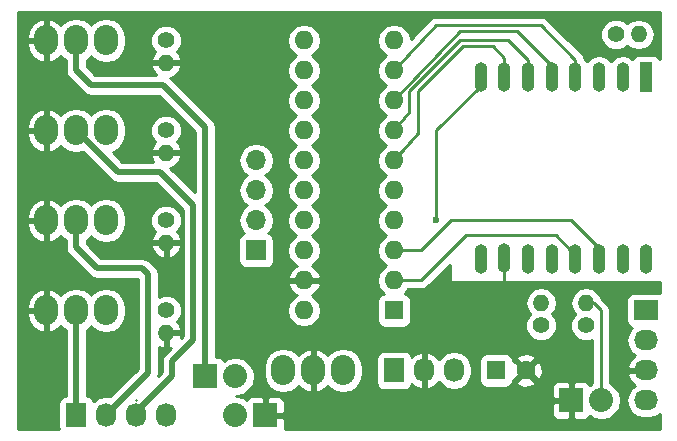
<source format=gbr>
G04 #@! TF.FileFunction,Copper,L2,Bot,Signal*
%FSLAX46Y46*%
G04 Gerber Fmt 4.6, Leading zero omitted, Abs format (unit mm)*
G04 Created by KiCad (PCBNEW 4.0.5) date 02/09/17 22:31:50*
%MOMM*%
%LPD*%
G01*
G04 APERTURE LIST*
%ADD10C,0.100000*%
%ADD11R,1.600000X1.600000*%
%ADD12C,1.600000*%
%ADD13R,1.100000X2.500000*%
%ADD14O,1.100000X2.500000*%
%ADD15O,2.032000X2.540000*%
%ADD16R,1.700000X1.700000*%
%ADD17O,1.700000X1.700000*%
%ADD18C,1.400000*%
%ADD19O,1.400000X1.400000*%
%ADD20R,2.032000X1.727200*%
%ADD21O,2.032000X1.727200*%
%ADD22R,1.727200X2.032000*%
%ADD23O,1.727200X2.032000*%
%ADD24R,2.032000X2.032000*%
%ADD25O,2.032000X2.032000*%
%ADD26O,1.600000X1.600000*%
%ADD27C,0.600000*%
%ADD28C,0.250000*%
%ADD29C,0.500000*%
%ADD30C,0.254000*%
G04 APERTURE END LIST*
D10*
D11*
X158750000Y-106680000D03*
D12*
X161250000Y-106680000D03*
D13*
X171450000Y-81850000D03*
D14*
X169450000Y-81850000D03*
X167450000Y-81850000D03*
X165450000Y-81850000D03*
X163450000Y-81850000D03*
X161450000Y-81850000D03*
X159450000Y-81850000D03*
X157450000Y-81850000D03*
X157450000Y-97250000D03*
X159450000Y-97150000D03*
X161450000Y-97250000D03*
X163450000Y-97250000D03*
X165450000Y-97250000D03*
X167450000Y-97250000D03*
X169450000Y-97250000D03*
X171450000Y-97250000D03*
D15*
X123190000Y-93980000D03*
X120650000Y-93980000D03*
X125730000Y-93980000D03*
X123190000Y-78740000D03*
X120650000Y-78740000D03*
X125730000Y-78740000D03*
X123190000Y-101600000D03*
X120650000Y-101600000D03*
X125730000Y-101600000D03*
D16*
X138430000Y-96520000D03*
D17*
X138430000Y-93980000D03*
X138430000Y-91440000D03*
X138430000Y-88900000D03*
D18*
X130810000Y-101600000D03*
D19*
X130810000Y-103500000D03*
D18*
X130810000Y-93980000D03*
D19*
X130810000Y-95880000D03*
D18*
X130810000Y-86360000D03*
D19*
X130810000Y-88260000D03*
D18*
X130810000Y-78740000D03*
D19*
X130810000Y-80640000D03*
D20*
X171450000Y-101600000D03*
D21*
X171450000Y-104140000D03*
X171450000Y-106680000D03*
X171450000Y-109220000D03*
D22*
X123190000Y-110490000D03*
D23*
X125730000Y-110490000D03*
X128270000Y-110490000D03*
X130810000Y-110490000D03*
D24*
X134112000Y-107188000D03*
D25*
X136652000Y-107188000D03*
D18*
X166370000Y-102870000D03*
D19*
X166370000Y-100970000D03*
D18*
X168910000Y-78232000D03*
D19*
X170810000Y-78232000D03*
D15*
X123190000Y-86360000D03*
X120650000Y-86360000D03*
X125730000Y-86360000D03*
D11*
X150114000Y-101600000D03*
D26*
X142494000Y-78740000D03*
X150114000Y-99060000D03*
X142494000Y-81280000D03*
X150114000Y-96520000D03*
X142494000Y-83820000D03*
X150114000Y-93980000D03*
X142494000Y-86360000D03*
X150114000Y-91440000D03*
X142494000Y-88900000D03*
X150114000Y-88900000D03*
X142494000Y-91440000D03*
X150114000Y-86360000D03*
X142494000Y-93980000D03*
X150114000Y-83820000D03*
X142494000Y-96520000D03*
X150114000Y-81280000D03*
X142494000Y-99060000D03*
X150114000Y-78740000D03*
X142494000Y-101600000D03*
D24*
X139192000Y-110490000D03*
D25*
X136652000Y-110490000D03*
D24*
X165100000Y-109220000D03*
D25*
X167640000Y-109220000D03*
D22*
X150114000Y-106680000D03*
D23*
X152654000Y-106680000D03*
X155194000Y-106680000D03*
D18*
X162560000Y-102870000D03*
D19*
X162560000Y-100970000D03*
D15*
X143256000Y-106680000D03*
X145796000Y-106680000D03*
X140716000Y-106680000D03*
D27*
X153670000Y-93980000D03*
D28*
X128270000Y-109220000D02*
X128270000Y-109220000D01*
D29*
X123190000Y-78740000D02*
X123190000Y-81280000D01*
X134112000Y-86106000D02*
X134112000Y-107188000D01*
X130556000Y-82550000D02*
X134112000Y-86106000D01*
X124460000Y-82550000D02*
X130556000Y-82550000D01*
X123190000Y-81280000D02*
X124460000Y-82550000D01*
D28*
X159450000Y-96550000D02*
X159450000Y-99760000D01*
X159450000Y-99760000D02*
X160020000Y-100330000D01*
D29*
X128270000Y-110490000D02*
X128270000Y-110236000D01*
X128270000Y-110236000D02*
X131318000Y-107188000D01*
X131318000Y-107188000D02*
X131318000Y-105918000D01*
X131318000Y-105918000D02*
X133096000Y-104140000D01*
X133096000Y-104140000D02*
X133096000Y-92710000D01*
X133096000Y-92710000D02*
X130302000Y-89916000D01*
X130302000Y-89916000D02*
X126746000Y-89916000D01*
X126746000Y-89916000D02*
X123190000Y-86360000D01*
X123190000Y-93980000D02*
X123190000Y-96266000D01*
X129286000Y-106934000D02*
X125730000Y-110490000D01*
X129286000Y-98552000D02*
X129286000Y-106934000D01*
X128778000Y-98044000D02*
X129286000Y-98552000D01*
X124968000Y-98044000D02*
X128778000Y-98044000D01*
X123190000Y-96266000D02*
X124968000Y-98044000D01*
X123190000Y-101600000D02*
X123190000Y-110490000D01*
D28*
X153670000Y-93980000D02*
X153670000Y-86360000D01*
X153670000Y-86360000D02*
X157450000Y-82580000D01*
X157450000Y-82580000D02*
X157450000Y-82550000D01*
X157480000Y-82520000D02*
X157450000Y-82550000D01*
X168880000Y-78262000D02*
X168910000Y-78232000D01*
X165450000Y-82550000D02*
X165450000Y-80360000D01*
X153670000Y-77470000D02*
X150114000Y-81280000D01*
X162560000Y-77470000D02*
X153670000Y-77470000D01*
X165450000Y-80360000D02*
X162560000Y-77470000D01*
X163450000Y-82550000D02*
X163450000Y-80900000D01*
X163450000Y-80900000D02*
X160528000Y-77978000D01*
X160528000Y-77978000D02*
X155702000Y-77978000D01*
X155702000Y-77978000D02*
X150114000Y-83820000D01*
X161450000Y-82550000D02*
X161450000Y-80424000D01*
X151384000Y-84836000D02*
X150114000Y-86360000D01*
X151384000Y-83058000D02*
X151384000Y-84836000D01*
X155702000Y-78740000D02*
X151384000Y-83058000D01*
X159766000Y-78740000D02*
X155702000Y-78740000D01*
X161450000Y-80424000D02*
X159766000Y-78740000D01*
X161450000Y-82550000D02*
X161450000Y-81440000D01*
X159450000Y-82550000D02*
X159450000Y-80202000D01*
X152146000Y-86614000D02*
X150114000Y-88900000D01*
X152146000Y-83058000D02*
X152146000Y-86614000D01*
X155956000Y-79248000D02*
X152146000Y-83058000D01*
X158496000Y-79248000D02*
X155956000Y-79248000D01*
X159450000Y-80202000D02*
X158496000Y-79248000D01*
X165450000Y-96550000D02*
X165130000Y-96550000D01*
X165130000Y-96550000D02*
X163830000Y-95250000D01*
X163830000Y-95250000D02*
X156210000Y-95250000D01*
X156210000Y-95250000D02*
X152400000Y-99060000D01*
X152400000Y-99060000D02*
X150114000Y-99060000D01*
X167450000Y-96550000D02*
X167450000Y-96330000D01*
X167450000Y-96330000D02*
X165100000Y-93980000D01*
X165100000Y-93980000D02*
X154940000Y-93980000D01*
X154940000Y-93980000D02*
X152400000Y-96520000D01*
X152400000Y-96520000D02*
X150114000Y-96520000D01*
X166370000Y-100970000D02*
X167010000Y-100970000D01*
X167010000Y-100970000D02*
X167640000Y-101600000D01*
X167640000Y-101600000D02*
X167640000Y-109220000D01*
D30*
G36*
X172593000Y-80348891D02*
X172464090Y-80148559D01*
X172251890Y-80003569D01*
X172000000Y-79952560D01*
X170900000Y-79952560D01*
X170664683Y-79996838D01*
X170448559Y-80135910D01*
X170320306Y-80323615D01*
X170287922Y-80275149D01*
X169903480Y-80018274D01*
X169450000Y-79928071D01*
X168996520Y-80018274D01*
X168612078Y-80275149D01*
X168450000Y-80517717D01*
X168287922Y-80275149D01*
X167903480Y-80018274D01*
X167450000Y-79928071D01*
X166996520Y-80018274D01*
X166612078Y-80275149D01*
X166450000Y-80517717D01*
X166287922Y-80275149D01*
X166178591Y-80202096D01*
X166177926Y-80198754D01*
X166152148Y-80069160D01*
X165987401Y-79822599D01*
X164661185Y-78496383D01*
X167574769Y-78496383D01*
X167777582Y-78987229D01*
X168152796Y-79363098D01*
X168643287Y-79566768D01*
X169174383Y-79567231D01*
X169665229Y-79364418D01*
X169848322Y-79181644D01*
X170272964Y-79465379D01*
X170783846Y-79567000D01*
X170836154Y-79567000D01*
X171347036Y-79465379D01*
X171780142Y-79175988D01*
X172069533Y-78742882D01*
X172171154Y-78232000D01*
X172069533Y-77721118D01*
X171780142Y-77288012D01*
X171347036Y-76998621D01*
X170836154Y-76897000D01*
X170783846Y-76897000D01*
X170272964Y-76998621D01*
X169848334Y-77282348D01*
X169667204Y-77100902D01*
X169176713Y-76897232D01*
X168645617Y-76896769D01*
X168154771Y-77099582D01*
X167778902Y-77474796D01*
X167575232Y-77965287D01*
X167574769Y-78496383D01*
X164661185Y-78496383D01*
X163097401Y-76932599D01*
X162850839Y-76767852D01*
X162560000Y-76710000D01*
X153670000Y-76710000D01*
X153656943Y-76712597D01*
X153643808Y-76710452D01*
X153511983Y-76741432D01*
X153379161Y-76767852D01*
X153368094Y-76775247D01*
X153355136Y-76778292D01*
X153245193Y-76857366D01*
X153132599Y-76932599D01*
X153125205Y-76943666D01*
X153114398Y-76951438D01*
X151553916Y-78623383D01*
X151467880Y-78190849D01*
X151156811Y-77725302D01*
X150691264Y-77414233D01*
X150142113Y-77305000D01*
X150085887Y-77305000D01*
X149536736Y-77414233D01*
X149071189Y-77725302D01*
X148760120Y-78190849D01*
X148650887Y-78740000D01*
X148760120Y-79289151D01*
X149071189Y-79754698D01*
X149453275Y-80010000D01*
X149071189Y-80265302D01*
X148760120Y-80730849D01*
X148650887Y-81280000D01*
X148760120Y-81829151D01*
X149071189Y-82294698D01*
X149453275Y-82550000D01*
X149071189Y-82805302D01*
X148760120Y-83270849D01*
X148650887Y-83820000D01*
X148760120Y-84369151D01*
X149071189Y-84834698D01*
X149453275Y-85090000D01*
X149071189Y-85345302D01*
X148760120Y-85810849D01*
X148650887Y-86360000D01*
X148760120Y-86909151D01*
X149071189Y-87374698D01*
X149453275Y-87630000D01*
X149071189Y-87885302D01*
X148760120Y-88350849D01*
X148650887Y-88900000D01*
X148760120Y-89449151D01*
X149071189Y-89914698D01*
X149453275Y-90170000D01*
X149071189Y-90425302D01*
X148760120Y-90890849D01*
X148650887Y-91440000D01*
X148760120Y-91989151D01*
X149071189Y-92454698D01*
X149453275Y-92710000D01*
X149071189Y-92965302D01*
X148760120Y-93430849D01*
X148650887Y-93980000D01*
X148760120Y-94529151D01*
X149071189Y-94994698D01*
X149453275Y-95250000D01*
X149071189Y-95505302D01*
X148760120Y-95970849D01*
X148650887Y-96520000D01*
X148760120Y-97069151D01*
X149071189Y-97534698D01*
X149453275Y-97790000D01*
X149071189Y-98045302D01*
X148760120Y-98510849D01*
X148650887Y-99060000D01*
X148760120Y-99609151D01*
X149071189Y-100074698D01*
X149215465Y-100171101D01*
X149078683Y-100196838D01*
X148862559Y-100335910D01*
X148717569Y-100548110D01*
X148666560Y-100800000D01*
X148666560Y-102400000D01*
X148710838Y-102635317D01*
X148849910Y-102851441D01*
X149062110Y-102996431D01*
X149314000Y-103047440D01*
X150914000Y-103047440D01*
X151149317Y-103003162D01*
X151365441Y-102864090D01*
X151510431Y-102651890D01*
X151561440Y-102400000D01*
X151561440Y-100800000D01*
X151517162Y-100564683D01*
X151378090Y-100348559D01*
X151165890Y-100203569D01*
X151010911Y-100172185D01*
X151156811Y-100074698D01*
X151326995Y-99820000D01*
X152400000Y-99820000D01*
X152690839Y-99762148D01*
X152937401Y-99597401D01*
X154813000Y-97721802D01*
X154813000Y-99060000D01*
X154823006Y-99109410D01*
X154851447Y-99151035D01*
X154893841Y-99178315D01*
X154940000Y-99187000D01*
X172593000Y-99187000D01*
X172593000Y-100114678D01*
X172466000Y-100088960D01*
X170434000Y-100088960D01*
X170198683Y-100133238D01*
X169982559Y-100272310D01*
X169837569Y-100484510D01*
X169786560Y-100736400D01*
X169786560Y-102463600D01*
X169830838Y-102698917D01*
X169969910Y-102915041D01*
X170182110Y-103060031D01*
X170223439Y-103068400D01*
X170205585Y-103080330D01*
X169880729Y-103566511D01*
X169766655Y-104140000D01*
X169880729Y-104713489D01*
X170205585Y-105199670D01*
X170515069Y-105406461D01*
X170099268Y-105777964D01*
X169845291Y-106305209D01*
X169842642Y-106320974D01*
X169963783Y-106553000D01*
X171323000Y-106553000D01*
X171323000Y-106533000D01*
X171577000Y-106533000D01*
X171577000Y-106553000D01*
X171597000Y-106553000D01*
X171597000Y-106807000D01*
X171577000Y-106807000D01*
X171577000Y-106827000D01*
X171323000Y-106827000D01*
X171323000Y-106807000D01*
X169963783Y-106807000D01*
X169842642Y-107039026D01*
X169845291Y-107054791D01*
X170099268Y-107582036D01*
X170515069Y-107953539D01*
X170205585Y-108160330D01*
X169880729Y-108646511D01*
X169766655Y-109220000D01*
X169880729Y-109793489D01*
X170205585Y-110279670D01*
X170691766Y-110604526D01*
X171265255Y-110718600D01*
X171634745Y-110718600D01*
X172208234Y-110604526D01*
X172593000Y-110347433D01*
X172593000Y-111633000D01*
X140842714Y-111633000D01*
X140843000Y-111632310D01*
X140843000Y-110775750D01*
X140684250Y-110617000D01*
X139319000Y-110617000D01*
X139319000Y-110637000D01*
X139065000Y-110637000D01*
X139065000Y-110617000D01*
X139045000Y-110617000D01*
X139045000Y-110363000D01*
X139065000Y-110363000D01*
X139065000Y-108997750D01*
X139319000Y-108997750D01*
X139319000Y-110363000D01*
X140684250Y-110363000D01*
X140843000Y-110204250D01*
X140843000Y-109505750D01*
X163449000Y-109505750D01*
X163449000Y-110362310D01*
X163545673Y-110595699D01*
X163724302Y-110774327D01*
X163957691Y-110871000D01*
X164814250Y-110871000D01*
X164973000Y-110712250D01*
X164973000Y-109347000D01*
X163607750Y-109347000D01*
X163449000Y-109505750D01*
X140843000Y-109505750D01*
X140843000Y-109347690D01*
X140746327Y-109114301D01*
X140567698Y-108935673D01*
X140334309Y-108839000D01*
X139477750Y-108839000D01*
X139319000Y-108997750D01*
X139065000Y-108997750D01*
X138906250Y-108839000D01*
X138049691Y-108839000D01*
X137816302Y-108935673D01*
X137637673Y-109114301D01*
X137616519Y-109165372D01*
X137316155Y-108964675D01*
X136684345Y-108839000D01*
X137316155Y-108713325D01*
X137851778Y-108355433D01*
X138209670Y-107819810D01*
X138335345Y-107188000D01*
X138209670Y-106556190D01*
X138097743Y-106388679D01*
X139065000Y-106388679D01*
X139065000Y-106971321D01*
X139190675Y-107603131D01*
X139548567Y-108138754D01*
X140084190Y-108496646D01*
X140716000Y-108622321D01*
X141347810Y-108496646D01*
X141883433Y-108138754D01*
X142000054Y-107964219D01*
X142178370Y-108191236D01*
X142741523Y-108507926D01*
X142873056Y-108539975D01*
X143129000Y-108420836D01*
X143129000Y-106807000D01*
X143109000Y-106807000D01*
X143109000Y-106553000D01*
X143129000Y-106553000D01*
X143129000Y-104939164D01*
X143383000Y-104939164D01*
X143383000Y-106553000D01*
X143403000Y-106553000D01*
X143403000Y-106807000D01*
X143383000Y-106807000D01*
X143383000Y-108420836D01*
X143638944Y-108539975D01*
X143770477Y-108507926D01*
X144333630Y-108191236D01*
X144511946Y-107964219D01*
X144628567Y-108138754D01*
X145164190Y-108496646D01*
X145796000Y-108622321D01*
X146427810Y-108496646D01*
X146963433Y-108138754D01*
X147321325Y-107603131D01*
X147447000Y-106971321D01*
X147447000Y-106388679D01*
X147321325Y-105756869D01*
X147259272Y-105664000D01*
X148602960Y-105664000D01*
X148602960Y-107696000D01*
X148647238Y-107931317D01*
X148786310Y-108147441D01*
X148998510Y-108292431D01*
X149250400Y-108343440D01*
X150977600Y-108343440D01*
X151212917Y-108299162D01*
X151429041Y-108160090D01*
X151574031Y-107947890D01*
X151593232Y-107853073D01*
X151751964Y-108030732D01*
X152279209Y-108284709D01*
X152294974Y-108287358D01*
X152527000Y-108166217D01*
X152527000Y-106807000D01*
X152507000Y-106807000D01*
X152507000Y-106553000D01*
X152527000Y-106553000D01*
X152527000Y-105193783D01*
X152781000Y-105193783D01*
X152781000Y-106553000D01*
X152801000Y-106553000D01*
X152801000Y-106807000D01*
X152781000Y-106807000D01*
X152781000Y-108166217D01*
X153013026Y-108287358D01*
X153028791Y-108284709D01*
X153556036Y-108030732D01*
X153927539Y-107614931D01*
X154134330Y-107924415D01*
X154620511Y-108249271D01*
X155194000Y-108363345D01*
X155767489Y-108249271D01*
X156253670Y-107924415D01*
X156578526Y-107438234D01*
X156692600Y-106864745D01*
X156692600Y-106495255D01*
X156578526Y-105921766D01*
X156550619Y-105880000D01*
X157302560Y-105880000D01*
X157302560Y-107480000D01*
X157346838Y-107715317D01*
X157485910Y-107931441D01*
X157698110Y-108076431D01*
X157950000Y-108127440D01*
X159550000Y-108127440D01*
X159785317Y-108083162D01*
X160001441Y-107944090D01*
X160146431Y-107731890D01*
X160155370Y-107687745D01*
X160421861Y-107687745D01*
X160495995Y-107933864D01*
X161033223Y-108126965D01*
X161603454Y-108099778D01*
X161656779Y-108077690D01*
X163449000Y-108077690D01*
X163449000Y-108934250D01*
X163607750Y-109093000D01*
X164973000Y-109093000D01*
X164973000Y-107727750D01*
X164814250Y-107569000D01*
X163957691Y-107569000D01*
X163724302Y-107665673D01*
X163545673Y-107844301D01*
X163449000Y-108077690D01*
X161656779Y-108077690D01*
X162004005Y-107933864D01*
X162078139Y-107687745D01*
X161250000Y-106859605D01*
X160421861Y-107687745D01*
X160155370Y-107687745D01*
X160194646Y-107493799D01*
X160242255Y-107508139D01*
X161070395Y-106680000D01*
X161429605Y-106680000D01*
X162257745Y-107508139D01*
X162503864Y-107434005D01*
X162696965Y-106896777D01*
X162669778Y-106326546D01*
X162503864Y-105925995D01*
X162257745Y-105851861D01*
X161429605Y-106680000D01*
X161070395Y-106680000D01*
X160242255Y-105851861D01*
X160194833Y-105866145D01*
X160158351Y-105672255D01*
X160421861Y-105672255D01*
X161250000Y-106500395D01*
X162078139Y-105672255D01*
X162004005Y-105426136D01*
X161466777Y-105233035D01*
X160896546Y-105260222D01*
X160495995Y-105426136D01*
X160421861Y-105672255D01*
X160158351Y-105672255D01*
X160153162Y-105644683D01*
X160014090Y-105428559D01*
X159801890Y-105283569D01*
X159550000Y-105232560D01*
X157950000Y-105232560D01*
X157714683Y-105276838D01*
X157498559Y-105415910D01*
X157353569Y-105628110D01*
X157302560Y-105880000D01*
X156550619Y-105880000D01*
X156253670Y-105435585D01*
X155767489Y-105110729D01*
X155194000Y-104996655D01*
X154620511Y-105110729D01*
X154134330Y-105435585D01*
X153927539Y-105745069D01*
X153556036Y-105329268D01*
X153028791Y-105075291D01*
X153013026Y-105072642D01*
X152781000Y-105193783D01*
X152527000Y-105193783D01*
X152294974Y-105072642D01*
X152279209Y-105075291D01*
X151751964Y-105329268D01*
X151595093Y-105504845D01*
X151580762Y-105428683D01*
X151441690Y-105212559D01*
X151229490Y-105067569D01*
X150977600Y-105016560D01*
X149250400Y-105016560D01*
X149015083Y-105060838D01*
X148798959Y-105199910D01*
X148653969Y-105412110D01*
X148602960Y-105664000D01*
X147259272Y-105664000D01*
X146963433Y-105221246D01*
X146427810Y-104863354D01*
X145796000Y-104737679D01*
X145164190Y-104863354D01*
X144628567Y-105221246D01*
X144511946Y-105395781D01*
X144333630Y-105168764D01*
X143770477Y-104852074D01*
X143638944Y-104820025D01*
X143383000Y-104939164D01*
X143129000Y-104939164D01*
X142873056Y-104820025D01*
X142741523Y-104852074D01*
X142178370Y-105168764D01*
X142000054Y-105395781D01*
X141883433Y-105221246D01*
X141347810Y-104863354D01*
X140716000Y-104737679D01*
X140084190Y-104863354D01*
X139548567Y-105221246D01*
X139190675Y-105756869D01*
X139065000Y-106388679D01*
X138097743Y-106388679D01*
X137851778Y-106020567D01*
X137316155Y-105662675D01*
X136684345Y-105537000D01*
X136619655Y-105537000D01*
X135987845Y-105662675D01*
X135685038Y-105865004D01*
X135592090Y-105720559D01*
X135379890Y-105575569D01*
X135128000Y-105524560D01*
X134997000Y-105524560D01*
X134997000Y-103134383D01*
X161224769Y-103134383D01*
X161427582Y-103625229D01*
X161802796Y-104001098D01*
X162293287Y-104204768D01*
X162824383Y-104205231D01*
X163315229Y-104002418D01*
X163691098Y-103627204D01*
X163894768Y-103136713D01*
X163894770Y-103134383D01*
X165034769Y-103134383D01*
X165237582Y-103625229D01*
X165612796Y-104001098D01*
X166103287Y-104204768D01*
X166634383Y-104205231D01*
X166880000Y-104103744D01*
X166880000Y-107758717D01*
X166675481Y-107895372D01*
X166654327Y-107844301D01*
X166475698Y-107665673D01*
X166242309Y-107569000D01*
X165385750Y-107569000D01*
X165227000Y-107727750D01*
X165227000Y-109093000D01*
X165247000Y-109093000D01*
X165247000Y-109347000D01*
X165227000Y-109347000D01*
X165227000Y-110712250D01*
X165385750Y-110871000D01*
X166242309Y-110871000D01*
X166475698Y-110774327D01*
X166654327Y-110595699D01*
X166675481Y-110544628D01*
X166975845Y-110745325D01*
X167607655Y-110871000D01*
X167672345Y-110871000D01*
X168304155Y-110745325D01*
X168839778Y-110387433D01*
X169197670Y-109851810D01*
X169323345Y-109220000D01*
X169197670Y-108588190D01*
X168839778Y-108052567D01*
X168400000Y-107758717D01*
X168400000Y-101600000D01*
X168342148Y-101309161D01*
X168177401Y-101062599D01*
X167617188Y-100502386D01*
X167603379Y-100432964D01*
X167313988Y-99999858D01*
X166880882Y-99710467D01*
X166370000Y-99608846D01*
X165859118Y-99710467D01*
X165426012Y-99999858D01*
X165136621Y-100432964D01*
X165035000Y-100943846D01*
X165035000Y-100996154D01*
X165136621Y-101507036D01*
X165420348Y-101931666D01*
X165238902Y-102112796D01*
X165035232Y-102603287D01*
X165034769Y-103134383D01*
X163894770Y-103134383D01*
X163895231Y-102605617D01*
X163692418Y-102114771D01*
X163509644Y-101931678D01*
X163793379Y-101507036D01*
X163895000Y-100996154D01*
X163895000Y-100943846D01*
X163793379Y-100432964D01*
X163503988Y-99999858D01*
X163070882Y-99710467D01*
X162560000Y-99608846D01*
X162049118Y-99710467D01*
X161616012Y-99999858D01*
X161326621Y-100432964D01*
X161225000Y-100943846D01*
X161225000Y-100996154D01*
X161326621Y-101507036D01*
X161610348Y-101931666D01*
X161428902Y-102112796D01*
X161225232Y-102603287D01*
X161224769Y-103134383D01*
X134997000Y-103134383D01*
X134997000Y-101600000D01*
X141030887Y-101600000D01*
X141140120Y-102149151D01*
X141451189Y-102614698D01*
X141916736Y-102925767D01*
X142465887Y-103035000D01*
X142522113Y-103035000D01*
X143071264Y-102925767D01*
X143536811Y-102614698D01*
X143847880Y-102149151D01*
X143957113Y-101600000D01*
X143847880Y-101050849D01*
X143536811Y-100585302D01*
X143132297Y-100315014D01*
X143349134Y-100212389D01*
X143725041Y-99797423D01*
X143885904Y-99409039D01*
X143763915Y-99187000D01*
X142621000Y-99187000D01*
X142621000Y-99207000D01*
X142367000Y-99207000D01*
X142367000Y-99187000D01*
X141224085Y-99187000D01*
X141102096Y-99409039D01*
X141262959Y-99797423D01*
X141638866Y-100212389D01*
X141855703Y-100315014D01*
X141451189Y-100585302D01*
X141140120Y-101050849D01*
X141030887Y-101600000D01*
X134997000Y-101600000D01*
X134997000Y-88900000D01*
X136915907Y-88900000D01*
X137028946Y-89468285D01*
X137350853Y-89950054D01*
X137680026Y-90170000D01*
X137350853Y-90389946D01*
X137028946Y-90871715D01*
X136915907Y-91440000D01*
X137028946Y-92008285D01*
X137350853Y-92490054D01*
X137680026Y-92710000D01*
X137350853Y-92929946D01*
X137028946Y-93411715D01*
X136915907Y-93980000D01*
X137028946Y-94548285D01*
X137350853Y-95030054D01*
X137392452Y-95057850D01*
X137344683Y-95066838D01*
X137128559Y-95205910D01*
X136983569Y-95418110D01*
X136932560Y-95670000D01*
X136932560Y-97370000D01*
X136976838Y-97605317D01*
X137115910Y-97821441D01*
X137328110Y-97966431D01*
X137580000Y-98017440D01*
X139280000Y-98017440D01*
X139515317Y-97973162D01*
X139731441Y-97834090D01*
X139876431Y-97621890D01*
X139927440Y-97370000D01*
X139927440Y-95670000D01*
X139883162Y-95434683D01*
X139744090Y-95218559D01*
X139531890Y-95073569D01*
X139464459Y-95059914D01*
X139509147Y-95030054D01*
X139831054Y-94548285D01*
X139944093Y-93980000D01*
X139831054Y-93411715D01*
X139509147Y-92929946D01*
X139179974Y-92710000D01*
X139509147Y-92490054D01*
X139831054Y-92008285D01*
X139944093Y-91440000D01*
X139831054Y-90871715D01*
X139509147Y-90389946D01*
X139179974Y-90170000D01*
X139509147Y-89950054D01*
X139831054Y-89468285D01*
X139944093Y-88900000D01*
X139831054Y-88331715D01*
X139509147Y-87849946D01*
X139027378Y-87528039D01*
X138459093Y-87415000D01*
X138400907Y-87415000D01*
X137832622Y-87528039D01*
X137350853Y-87849946D01*
X137028946Y-88331715D01*
X136915907Y-88900000D01*
X134997000Y-88900000D01*
X134997000Y-86106000D01*
X134929633Y-85767325D01*
X134737790Y-85480210D01*
X134737787Y-85480208D01*
X131181790Y-81924210D01*
X131174931Y-81919627D01*
X131488396Y-81789797D01*
X131876764Y-81442663D01*
X132102727Y-80973331D01*
X131980206Y-80767000D01*
X130937000Y-80767000D01*
X130937000Y-80787000D01*
X130683000Y-80787000D01*
X130683000Y-80767000D01*
X129639794Y-80767000D01*
X129517273Y-80973331D01*
X129743236Y-81442663D01*
X129991983Y-81665000D01*
X124826579Y-81665000D01*
X124075000Y-80913420D01*
X124075000Y-80387470D01*
X124357433Y-80198754D01*
X124460000Y-80045252D01*
X124562567Y-80198754D01*
X125098190Y-80556646D01*
X125730000Y-80682321D01*
X126361810Y-80556646D01*
X126897433Y-80198754D01*
X127255325Y-79663131D01*
X127381000Y-79031321D01*
X127381000Y-79004383D01*
X129474769Y-79004383D01*
X129677582Y-79495229D01*
X129889017Y-79707034D01*
X129743236Y-79837337D01*
X129517273Y-80306669D01*
X129639794Y-80513000D01*
X130683000Y-80513000D01*
X130683000Y-80493000D01*
X130937000Y-80493000D01*
X130937000Y-80513000D01*
X131980206Y-80513000D01*
X132102727Y-80306669D01*
X131876764Y-79837337D01*
X131730940Y-79706996D01*
X131941098Y-79497204D01*
X132144768Y-79006713D01*
X132145000Y-78740000D01*
X141030887Y-78740000D01*
X141140120Y-79289151D01*
X141451189Y-79754698D01*
X141833275Y-80010000D01*
X141451189Y-80265302D01*
X141140120Y-80730849D01*
X141030887Y-81280000D01*
X141140120Y-81829151D01*
X141451189Y-82294698D01*
X141833275Y-82550000D01*
X141451189Y-82805302D01*
X141140120Y-83270849D01*
X141030887Y-83820000D01*
X141140120Y-84369151D01*
X141451189Y-84834698D01*
X141833275Y-85090000D01*
X141451189Y-85345302D01*
X141140120Y-85810849D01*
X141030887Y-86360000D01*
X141140120Y-86909151D01*
X141451189Y-87374698D01*
X141833275Y-87630000D01*
X141451189Y-87885302D01*
X141140120Y-88350849D01*
X141030887Y-88900000D01*
X141140120Y-89449151D01*
X141451189Y-89914698D01*
X141833275Y-90170000D01*
X141451189Y-90425302D01*
X141140120Y-90890849D01*
X141030887Y-91440000D01*
X141140120Y-91989151D01*
X141451189Y-92454698D01*
X141833275Y-92710000D01*
X141451189Y-92965302D01*
X141140120Y-93430849D01*
X141030887Y-93980000D01*
X141140120Y-94529151D01*
X141451189Y-94994698D01*
X141833275Y-95250000D01*
X141451189Y-95505302D01*
X141140120Y-95970849D01*
X141030887Y-96520000D01*
X141140120Y-97069151D01*
X141451189Y-97534698D01*
X141855703Y-97804986D01*
X141638866Y-97907611D01*
X141262959Y-98322577D01*
X141102096Y-98710961D01*
X141224085Y-98933000D01*
X142367000Y-98933000D01*
X142367000Y-98913000D01*
X142621000Y-98913000D01*
X142621000Y-98933000D01*
X143763915Y-98933000D01*
X143885904Y-98710961D01*
X143725041Y-98322577D01*
X143349134Y-97907611D01*
X143132297Y-97804986D01*
X143536811Y-97534698D01*
X143847880Y-97069151D01*
X143957113Y-96520000D01*
X143847880Y-95970849D01*
X143536811Y-95505302D01*
X143154725Y-95250000D01*
X143536811Y-94994698D01*
X143847880Y-94529151D01*
X143957113Y-93980000D01*
X143847880Y-93430849D01*
X143536811Y-92965302D01*
X143154725Y-92710000D01*
X143536811Y-92454698D01*
X143847880Y-91989151D01*
X143957113Y-91440000D01*
X143847880Y-90890849D01*
X143536811Y-90425302D01*
X143154725Y-90170000D01*
X143536811Y-89914698D01*
X143847880Y-89449151D01*
X143957113Y-88900000D01*
X143847880Y-88350849D01*
X143536811Y-87885302D01*
X143154725Y-87630000D01*
X143536811Y-87374698D01*
X143847880Y-86909151D01*
X143957113Y-86360000D01*
X143847880Y-85810849D01*
X143536811Y-85345302D01*
X143154725Y-85090000D01*
X143536811Y-84834698D01*
X143847880Y-84369151D01*
X143957113Y-83820000D01*
X143847880Y-83270849D01*
X143536811Y-82805302D01*
X143154725Y-82550000D01*
X143536811Y-82294698D01*
X143847880Y-81829151D01*
X143957113Y-81280000D01*
X143847880Y-80730849D01*
X143536811Y-80265302D01*
X143154725Y-80010000D01*
X143536811Y-79754698D01*
X143847880Y-79289151D01*
X143957113Y-78740000D01*
X143847880Y-78190849D01*
X143536811Y-77725302D01*
X143071264Y-77414233D01*
X142522113Y-77305000D01*
X142465887Y-77305000D01*
X141916736Y-77414233D01*
X141451189Y-77725302D01*
X141140120Y-78190849D01*
X141030887Y-78740000D01*
X132145000Y-78740000D01*
X132145231Y-78475617D01*
X131942418Y-77984771D01*
X131567204Y-77608902D01*
X131076713Y-77405232D01*
X130545617Y-77404769D01*
X130054771Y-77607582D01*
X129678902Y-77982796D01*
X129475232Y-78473287D01*
X129474769Y-79004383D01*
X127381000Y-79004383D01*
X127381000Y-78448679D01*
X127255325Y-77816869D01*
X126897433Y-77281246D01*
X126361810Y-76923354D01*
X125730000Y-76797679D01*
X125098190Y-76923354D01*
X124562567Y-77281246D01*
X124460000Y-77434748D01*
X124357433Y-77281246D01*
X123821810Y-76923354D01*
X123190000Y-76797679D01*
X122558190Y-76923354D01*
X122022567Y-77281246D01*
X121905946Y-77455781D01*
X121727630Y-77228764D01*
X121164477Y-76912074D01*
X121032944Y-76880025D01*
X120777000Y-76999164D01*
X120777000Y-78613000D01*
X120797000Y-78613000D01*
X120797000Y-78867000D01*
X120777000Y-78867000D01*
X120777000Y-80480836D01*
X121032944Y-80599975D01*
X121164477Y-80567926D01*
X121727630Y-80251236D01*
X121905946Y-80024219D01*
X122022567Y-80198754D01*
X122305000Y-80387470D01*
X122305000Y-81279995D01*
X122304999Y-81280000D01*
X122361190Y-81562484D01*
X122372367Y-81618675D01*
X122486842Y-81790000D01*
X122564210Y-81905790D01*
X123834208Y-83175787D01*
X123834210Y-83175790D01*
X124079969Y-83340000D01*
X124121325Y-83367633D01*
X124460000Y-83435001D01*
X124460005Y-83435000D01*
X130189420Y-83435000D01*
X133227000Y-86472579D01*
X133227000Y-91589421D01*
X131176540Y-89538961D01*
X131488396Y-89409797D01*
X131876764Y-89062663D01*
X132102727Y-88593331D01*
X131980206Y-88387000D01*
X130937000Y-88387000D01*
X130937000Y-88407000D01*
X130683000Y-88407000D01*
X130683000Y-88387000D01*
X129639794Y-88387000D01*
X129517273Y-88593331D01*
X129727992Y-89031000D01*
X127112579Y-89031000D01*
X126275411Y-88193832D01*
X126361810Y-88176646D01*
X126897433Y-87818754D01*
X127255325Y-87283131D01*
X127381000Y-86651321D01*
X127381000Y-86624383D01*
X129474769Y-86624383D01*
X129677582Y-87115229D01*
X129889017Y-87327034D01*
X129743236Y-87457337D01*
X129517273Y-87926669D01*
X129639794Y-88133000D01*
X130683000Y-88133000D01*
X130683000Y-88113000D01*
X130937000Y-88113000D01*
X130937000Y-88133000D01*
X131980206Y-88133000D01*
X132102727Y-87926669D01*
X131876764Y-87457337D01*
X131730940Y-87326996D01*
X131941098Y-87117204D01*
X132144768Y-86626713D01*
X132145231Y-86095617D01*
X131942418Y-85604771D01*
X131567204Y-85228902D01*
X131076713Y-85025232D01*
X130545617Y-85024769D01*
X130054771Y-85227582D01*
X129678902Y-85602796D01*
X129475232Y-86093287D01*
X129474769Y-86624383D01*
X127381000Y-86624383D01*
X127381000Y-86068679D01*
X127255325Y-85436869D01*
X126897433Y-84901246D01*
X126361810Y-84543354D01*
X125730000Y-84417679D01*
X125098190Y-84543354D01*
X124562567Y-84901246D01*
X124460000Y-85054748D01*
X124357433Y-84901246D01*
X123821810Y-84543354D01*
X123190000Y-84417679D01*
X122558190Y-84543354D01*
X122022567Y-84901246D01*
X121905946Y-85075781D01*
X121727630Y-84848764D01*
X121164477Y-84532074D01*
X121032944Y-84500025D01*
X120777000Y-84619164D01*
X120777000Y-86233000D01*
X120797000Y-86233000D01*
X120797000Y-86487000D01*
X120777000Y-86487000D01*
X120777000Y-88100836D01*
X121032944Y-88219975D01*
X121164477Y-88187926D01*
X121727630Y-87871236D01*
X121905946Y-87644219D01*
X122022567Y-87818754D01*
X122558190Y-88176646D01*
X123190000Y-88302321D01*
X123766140Y-88187719D01*
X126120208Y-90541787D01*
X126120210Y-90541790D01*
X126407325Y-90733633D01*
X126746000Y-90801000D01*
X129935420Y-90801000D01*
X132211000Y-93076579D01*
X132211000Y-103773421D01*
X132057823Y-103926598D01*
X132102727Y-103833331D01*
X131980206Y-103627000D01*
X130937000Y-103627000D01*
X130937000Y-104669374D01*
X131143329Y-104792716D01*
X131225906Y-104758515D01*
X130692210Y-105292210D01*
X130500367Y-105579325D01*
X130500367Y-105579326D01*
X130432999Y-105918000D01*
X130433000Y-105918005D01*
X130433000Y-106821421D01*
X130133898Y-107120523D01*
X130171000Y-106934000D01*
X130171000Y-104666114D01*
X130476671Y-104792716D01*
X130683000Y-104669374D01*
X130683000Y-103627000D01*
X130663000Y-103627000D01*
X130663000Y-103373000D01*
X130683000Y-103373000D01*
X130683000Y-103353000D01*
X130937000Y-103353000D01*
X130937000Y-103373000D01*
X131980206Y-103373000D01*
X132102727Y-103166669D01*
X131876764Y-102697337D01*
X131730940Y-102566996D01*
X131941098Y-102357204D01*
X132144768Y-101866713D01*
X132145231Y-101335617D01*
X131942418Y-100844771D01*
X131567204Y-100468902D01*
X131076713Y-100265232D01*
X130545617Y-100264769D01*
X130171000Y-100419557D01*
X130171000Y-98552000D01*
X130103633Y-98213325D01*
X129911790Y-97926210D01*
X129911787Y-97926208D01*
X129403790Y-97418210D01*
X129241841Y-97310000D01*
X129116675Y-97226367D01*
X129060484Y-97215190D01*
X128778000Y-97158999D01*
X128777995Y-97159000D01*
X125334579Y-97159000D01*
X124388911Y-96213331D01*
X129517273Y-96213331D01*
X129743236Y-96682663D01*
X130131604Y-97029797D01*
X130476671Y-97172716D01*
X130683000Y-97049374D01*
X130683000Y-96007000D01*
X130937000Y-96007000D01*
X130937000Y-97049374D01*
X131143329Y-97172716D01*
X131488396Y-97029797D01*
X131876764Y-96682663D01*
X132102727Y-96213331D01*
X131980206Y-96007000D01*
X130937000Y-96007000D01*
X130683000Y-96007000D01*
X129639794Y-96007000D01*
X129517273Y-96213331D01*
X124388911Y-96213331D01*
X124075000Y-95899420D01*
X124075000Y-95627470D01*
X124357433Y-95438754D01*
X124460000Y-95285252D01*
X124562567Y-95438754D01*
X125098190Y-95796646D01*
X125730000Y-95922321D01*
X126361810Y-95796646D01*
X126897433Y-95438754D01*
X127255325Y-94903131D01*
X127381000Y-94271321D01*
X127381000Y-94244383D01*
X129474769Y-94244383D01*
X129677582Y-94735229D01*
X129889017Y-94947034D01*
X129743236Y-95077337D01*
X129517273Y-95546669D01*
X129639794Y-95753000D01*
X130683000Y-95753000D01*
X130683000Y-95733000D01*
X130937000Y-95733000D01*
X130937000Y-95753000D01*
X131980206Y-95753000D01*
X132102727Y-95546669D01*
X131876764Y-95077337D01*
X131730940Y-94946996D01*
X131941098Y-94737204D01*
X132144768Y-94246713D01*
X132145231Y-93715617D01*
X131942418Y-93224771D01*
X131567204Y-92848902D01*
X131076713Y-92645232D01*
X130545617Y-92644769D01*
X130054771Y-92847582D01*
X129678902Y-93222796D01*
X129475232Y-93713287D01*
X129474769Y-94244383D01*
X127381000Y-94244383D01*
X127381000Y-93688679D01*
X127255325Y-93056869D01*
X126897433Y-92521246D01*
X126361810Y-92163354D01*
X125730000Y-92037679D01*
X125098190Y-92163354D01*
X124562567Y-92521246D01*
X124460000Y-92674748D01*
X124357433Y-92521246D01*
X123821810Y-92163354D01*
X123190000Y-92037679D01*
X122558190Y-92163354D01*
X122022567Y-92521246D01*
X121905946Y-92695781D01*
X121727630Y-92468764D01*
X121164477Y-92152074D01*
X121032944Y-92120025D01*
X120777000Y-92239164D01*
X120777000Y-93853000D01*
X120797000Y-93853000D01*
X120797000Y-94107000D01*
X120777000Y-94107000D01*
X120777000Y-95720836D01*
X121032944Y-95839975D01*
X121164477Y-95807926D01*
X121727630Y-95491236D01*
X121905946Y-95264219D01*
X122022567Y-95438754D01*
X122305000Y-95627470D01*
X122305000Y-96265995D01*
X122304999Y-96266000D01*
X122317730Y-96330000D01*
X122372367Y-96604675D01*
X122547914Y-96867401D01*
X122564210Y-96891790D01*
X124342208Y-98669787D01*
X124342210Y-98669790D01*
X124629325Y-98861633D01*
X124663149Y-98868361D01*
X124968000Y-98929001D01*
X124968005Y-98929000D01*
X128401000Y-98929000D01*
X128401000Y-106567421D01*
X126090131Y-108878289D01*
X125730000Y-108806655D01*
X125156511Y-108920729D01*
X124670330Y-109245585D01*
X124660757Y-109259913D01*
X124656762Y-109238683D01*
X124517690Y-109022559D01*
X124305490Y-108877569D01*
X124075000Y-108830894D01*
X124075000Y-103247470D01*
X124357433Y-103058754D01*
X124460000Y-102905252D01*
X124562567Y-103058754D01*
X125098190Y-103416646D01*
X125730000Y-103542321D01*
X126361810Y-103416646D01*
X126897433Y-103058754D01*
X127255325Y-102523131D01*
X127381000Y-101891321D01*
X127381000Y-101308679D01*
X127255325Y-100676869D01*
X126897433Y-100141246D01*
X126361810Y-99783354D01*
X125730000Y-99657679D01*
X125098190Y-99783354D01*
X124562567Y-100141246D01*
X124460000Y-100294748D01*
X124357433Y-100141246D01*
X123821810Y-99783354D01*
X123190000Y-99657679D01*
X122558190Y-99783354D01*
X122022567Y-100141246D01*
X121905946Y-100315781D01*
X121727630Y-100088764D01*
X121164477Y-99772074D01*
X121032944Y-99740025D01*
X120777000Y-99859164D01*
X120777000Y-101473000D01*
X120797000Y-101473000D01*
X120797000Y-101727000D01*
X120777000Y-101727000D01*
X120777000Y-103340836D01*
X121032944Y-103459975D01*
X121164477Y-103427926D01*
X121727630Y-103111236D01*
X121905946Y-102884219D01*
X122022567Y-103058754D01*
X122305000Y-103247470D01*
X122305000Y-108830587D01*
X122091083Y-108870838D01*
X121874959Y-109009910D01*
X121729969Y-109222110D01*
X121678960Y-109474000D01*
X121678960Y-111506000D01*
X121702857Y-111633000D01*
X118237000Y-111633000D01*
X118237000Y-101727000D01*
X118999000Y-101727000D01*
X118999000Y-101981000D01*
X119173276Y-102603143D01*
X119572370Y-103111236D01*
X120135523Y-103427926D01*
X120267056Y-103459975D01*
X120523000Y-103340836D01*
X120523000Y-101727000D01*
X118999000Y-101727000D01*
X118237000Y-101727000D01*
X118237000Y-101219000D01*
X118999000Y-101219000D01*
X118999000Y-101473000D01*
X120523000Y-101473000D01*
X120523000Y-99859164D01*
X120267056Y-99740025D01*
X120135523Y-99772074D01*
X119572370Y-100088764D01*
X119173276Y-100596857D01*
X118999000Y-101219000D01*
X118237000Y-101219000D01*
X118237000Y-94107000D01*
X118999000Y-94107000D01*
X118999000Y-94361000D01*
X119173276Y-94983143D01*
X119572370Y-95491236D01*
X120135523Y-95807926D01*
X120267056Y-95839975D01*
X120523000Y-95720836D01*
X120523000Y-94107000D01*
X118999000Y-94107000D01*
X118237000Y-94107000D01*
X118237000Y-93599000D01*
X118999000Y-93599000D01*
X118999000Y-93853000D01*
X120523000Y-93853000D01*
X120523000Y-92239164D01*
X120267056Y-92120025D01*
X120135523Y-92152074D01*
X119572370Y-92468764D01*
X119173276Y-92976857D01*
X118999000Y-93599000D01*
X118237000Y-93599000D01*
X118237000Y-86487000D01*
X118999000Y-86487000D01*
X118999000Y-86741000D01*
X119173276Y-87363143D01*
X119572370Y-87871236D01*
X120135523Y-88187926D01*
X120267056Y-88219975D01*
X120523000Y-88100836D01*
X120523000Y-86487000D01*
X118999000Y-86487000D01*
X118237000Y-86487000D01*
X118237000Y-85979000D01*
X118999000Y-85979000D01*
X118999000Y-86233000D01*
X120523000Y-86233000D01*
X120523000Y-84619164D01*
X120267056Y-84500025D01*
X120135523Y-84532074D01*
X119572370Y-84848764D01*
X119173276Y-85356857D01*
X118999000Y-85979000D01*
X118237000Y-85979000D01*
X118237000Y-78867000D01*
X118999000Y-78867000D01*
X118999000Y-79121000D01*
X119173276Y-79743143D01*
X119572370Y-80251236D01*
X120135523Y-80567926D01*
X120267056Y-80599975D01*
X120523000Y-80480836D01*
X120523000Y-78867000D01*
X118999000Y-78867000D01*
X118237000Y-78867000D01*
X118237000Y-78359000D01*
X118999000Y-78359000D01*
X118999000Y-78613000D01*
X120523000Y-78613000D01*
X120523000Y-76999164D01*
X120267056Y-76880025D01*
X120135523Y-76912074D01*
X119572370Y-77228764D01*
X119173276Y-77736857D01*
X118999000Y-78359000D01*
X118237000Y-78359000D01*
X118237000Y-76327000D01*
X172593000Y-76327000D01*
X172593000Y-80348891D01*
X172593000Y-80348891D01*
G37*
X172593000Y-80348891D02*
X172464090Y-80148559D01*
X172251890Y-80003569D01*
X172000000Y-79952560D01*
X170900000Y-79952560D01*
X170664683Y-79996838D01*
X170448559Y-80135910D01*
X170320306Y-80323615D01*
X170287922Y-80275149D01*
X169903480Y-80018274D01*
X169450000Y-79928071D01*
X168996520Y-80018274D01*
X168612078Y-80275149D01*
X168450000Y-80517717D01*
X168287922Y-80275149D01*
X167903480Y-80018274D01*
X167450000Y-79928071D01*
X166996520Y-80018274D01*
X166612078Y-80275149D01*
X166450000Y-80517717D01*
X166287922Y-80275149D01*
X166178591Y-80202096D01*
X166177926Y-80198754D01*
X166152148Y-80069160D01*
X165987401Y-79822599D01*
X164661185Y-78496383D01*
X167574769Y-78496383D01*
X167777582Y-78987229D01*
X168152796Y-79363098D01*
X168643287Y-79566768D01*
X169174383Y-79567231D01*
X169665229Y-79364418D01*
X169848322Y-79181644D01*
X170272964Y-79465379D01*
X170783846Y-79567000D01*
X170836154Y-79567000D01*
X171347036Y-79465379D01*
X171780142Y-79175988D01*
X172069533Y-78742882D01*
X172171154Y-78232000D01*
X172069533Y-77721118D01*
X171780142Y-77288012D01*
X171347036Y-76998621D01*
X170836154Y-76897000D01*
X170783846Y-76897000D01*
X170272964Y-76998621D01*
X169848334Y-77282348D01*
X169667204Y-77100902D01*
X169176713Y-76897232D01*
X168645617Y-76896769D01*
X168154771Y-77099582D01*
X167778902Y-77474796D01*
X167575232Y-77965287D01*
X167574769Y-78496383D01*
X164661185Y-78496383D01*
X163097401Y-76932599D01*
X162850839Y-76767852D01*
X162560000Y-76710000D01*
X153670000Y-76710000D01*
X153656943Y-76712597D01*
X153643808Y-76710452D01*
X153511983Y-76741432D01*
X153379161Y-76767852D01*
X153368094Y-76775247D01*
X153355136Y-76778292D01*
X153245193Y-76857366D01*
X153132599Y-76932599D01*
X153125205Y-76943666D01*
X153114398Y-76951438D01*
X151553916Y-78623383D01*
X151467880Y-78190849D01*
X151156811Y-77725302D01*
X150691264Y-77414233D01*
X150142113Y-77305000D01*
X150085887Y-77305000D01*
X149536736Y-77414233D01*
X149071189Y-77725302D01*
X148760120Y-78190849D01*
X148650887Y-78740000D01*
X148760120Y-79289151D01*
X149071189Y-79754698D01*
X149453275Y-80010000D01*
X149071189Y-80265302D01*
X148760120Y-80730849D01*
X148650887Y-81280000D01*
X148760120Y-81829151D01*
X149071189Y-82294698D01*
X149453275Y-82550000D01*
X149071189Y-82805302D01*
X148760120Y-83270849D01*
X148650887Y-83820000D01*
X148760120Y-84369151D01*
X149071189Y-84834698D01*
X149453275Y-85090000D01*
X149071189Y-85345302D01*
X148760120Y-85810849D01*
X148650887Y-86360000D01*
X148760120Y-86909151D01*
X149071189Y-87374698D01*
X149453275Y-87630000D01*
X149071189Y-87885302D01*
X148760120Y-88350849D01*
X148650887Y-88900000D01*
X148760120Y-89449151D01*
X149071189Y-89914698D01*
X149453275Y-90170000D01*
X149071189Y-90425302D01*
X148760120Y-90890849D01*
X148650887Y-91440000D01*
X148760120Y-91989151D01*
X149071189Y-92454698D01*
X149453275Y-92710000D01*
X149071189Y-92965302D01*
X148760120Y-93430849D01*
X148650887Y-93980000D01*
X148760120Y-94529151D01*
X149071189Y-94994698D01*
X149453275Y-95250000D01*
X149071189Y-95505302D01*
X148760120Y-95970849D01*
X148650887Y-96520000D01*
X148760120Y-97069151D01*
X149071189Y-97534698D01*
X149453275Y-97790000D01*
X149071189Y-98045302D01*
X148760120Y-98510849D01*
X148650887Y-99060000D01*
X148760120Y-99609151D01*
X149071189Y-100074698D01*
X149215465Y-100171101D01*
X149078683Y-100196838D01*
X148862559Y-100335910D01*
X148717569Y-100548110D01*
X148666560Y-100800000D01*
X148666560Y-102400000D01*
X148710838Y-102635317D01*
X148849910Y-102851441D01*
X149062110Y-102996431D01*
X149314000Y-103047440D01*
X150914000Y-103047440D01*
X151149317Y-103003162D01*
X151365441Y-102864090D01*
X151510431Y-102651890D01*
X151561440Y-102400000D01*
X151561440Y-100800000D01*
X151517162Y-100564683D01*
X151378090Y-100348559D01*
X151165890Y-100203569D01*
X151010911Y-100172185D01*
X151156811Y-100074698D01*
X151326995Y-99820000D01*
X152400000Y-99820000D01*
X152690839Y-99762148D01*
X152937401Y-99597401D01*
X154813000Y-97721802D01*
X154813000Y-99060000D01*
X154823006Y-99109410D01*
X154851447Y-99151035D01*
X154893841Y-99178315D01*
X154940000Y-99187000D01*
X172593000Y-99187000D01*
X172593000Y-100114678D01*
X172466000Y-100088960D01*
X170434000Y-100088960D01*
X170198683Y-100133238D01*
X169982559Y-100272310D01*
X169837569Y-100484510D01*
X169786560Y-100736400D01*
X169786560Y-102463600D01*
X169830838Y-102698917D01*
X169969910Y-102915041D01*
X170182110Y-103060031D01*
X170223439Y-103068400D01*
X170205585Y-103080330D01*
X169880729Y-103566511D01*
X169766655Y-104140000D01*
X169880729Y-104713489D01*
X170205585Y-105199670D01*
X170515069Y-105406461D01*
X170099268Y-105777964D01*
X169845291Y-106305209D01*
X169842642Y-106320974D01*
X169963783Y-106553000D01*
X171323000Y-106553000D01*
X171323000Y-106533000D01*
X171577000Y-106533000D01*
X171577000Y-106553000D01*
X171597000Y-106553000D01*
X171597000Y-106807000D01*
X171577000Y-106807000D01*
X171577000Y-106827000D01*
X171323000Y-106827000D01*
X171323000Y-106807000D01*
X169963783Y-106807000D01*
X169842642Y-107039026D01*
X169845291Y-107054791D01*
X170099268Y-107582036D01*
X170515069Y-107953539D01*
X170205585Y-108160330D01*
X169880729Y-108646511D01*
X169766655Y-109220000D01*
X169880729Y-109793489D01*
X170205585Y-110279670D01*
X170691766Y-110604526D01*
X171265255Y-110718600D01*
X171634745Y-110718600D01*
X172208234Y-110604526D01*
X172593000Y-110347433D01*
X172593000Y-111633000D01*
X140842714Y-111633000D01*
X140843000Y-111632310D01*
X140843000Y-110775750D01*
X140684250Y-110617000D01*
X139319000Y-110617000D01*
X139319000Y-110637000D01*
X139065000Y-110637000D01*
X139065000Y-110617000D01*
X139045000Y-110617000D01*
X139045000Y-110363000D01*
X139065000Y-110363000D01*
X139065000Y-108997750D01*
X139319000Y-108997750D01*
X139319000Y-110363000D01*
X140684250Y-110363000D01*
X140843000Y-110204250D01*
X140843000Y-109505750D01*
X163449000Y-109505750D01*
X163449000Y-110362310D01*
X163545673Y-110595699D01*
X163724302Y-110774327D01*
X163957691Y-110871000D01*
X164814250Y-110871000D01*
X164973000Y-110712250D01*
X164973000Y-109347000D01*
X163607750Y-109347000D01*
X163449000Y-109505750D01*
X140843000Y-109505750D01*
X140843000Y-109347690D01*
X140746327Y-109114301D01*
X140567698Y-108935673D01*
X140334309Y-108839000D01*
X139477750Y-108839000D01*
X139319000Y-108997750D01*
X139065000Y-108997750D01*
X138906250Y-108839000D01*
X138049691Y-108839000D01*
X137816302Y-108935673D01*
X137637673Y-109114301D01*
X137616519Y-109165372D01*
X137316155Y-108964675D01*
X136684345Y-108839000D01*
X137316155Y-108713325D01*
X137851778Y-108355433D01*
X138209670Y-107819810D01*
X138335345Y-107188000D01*
X138209670Y-106556190D01*
X138097743Y-106388679D01*
X139065000Y-106388679D01*
X139065000Y-106971321D01*
X139190675Y-107603131D01*
X139548567Y-108138754D01*
X140084190Y-108496646D01*
X140716000Y-108622321D01*
X141347810Y-108496646D01*
X141883433Y-108138754D01*
X142000054Y-107964219D01*
X142178370Y-108191236D01*
X142741523Y-108507926D01*
X142873056Y-108539975D01*
X143129000Y-108420836D01*
X143129000Y-106807000D01*
X143109000Y-106807000D01*
X143109000Y-106553000D01*
X143129000Y-106553000D01*
X143129000Y-104939164D01*
X143383000Y-104939164D01*
X143383000Y-106553000D01*
X143403000Y-106553000D01*
X143403000Y-106807000D01*
X143383000Y-106807000D01*
X143383000Y-108420836D01*
X143638944Y-108539975D01*
X143770477Y-108507926D01*
X144333630Y-108191236D01*
X144511946Y-107964219D01*
X144628567Y-108138754D01*
X145164190Y-108496646D01*
X145796000Y-108622321D01*
X146427810Y-108496646D01*
X146963433Y-108138754D01*
X147321325Y-107603131D01*
X147447000Y-106971321D01*
X147447000Y-106388679D01*
X147321325Y-105756869D01*
X147259272Y-105664000D01*
X148602960Y-105664000D01*
X148602960Y-107696000D01*
X148647238Y-107931317D01*
X148786310Y-108147441D01*
X148998510Y-108292431D01*
X149250400Y-108343440D01*
X150977600Y-108343440D01*
X151212917Y-108299162D01*
X151429041Y-108160090D01*
X151574031Y-107947890D01*
X151593232Y-107853073D01*
X151751964Y-108030732D01*
X152279209Y-108284709D01*
X152294974Y-108287358D01*
X152527000Y-108166217D01*
X152527000Y-106807000D01*
X152507000Y-106807000D01*
X152507000Y-106553000D01*
X152527000Y-106553000D01*
X152527000Y-105193783D01*
X152781000Y-105193783D01*
X152781000Y-106553000D01*
X152801000Y-106553000D01*
X152801000Y-106807000D01*
X152781000Y-106807000D01*
X152781000Y-108166217D01*
X153013026Y-108287358D01*
X153028791Y-108284709D01*
X153556036Y-108030732D01*
X153927539Y-107614931D01*
X154134330Y-107924415D01*
X154620511Y-108249271D01*
X155194000Y-108363345D01*
X155767489Y-108249271D01*
X156253670Y-107924415D01*
X156578526Y-107438234D01*
X156692600Y-106864745D01*
X156692600Y-106495255D01*
X156578526Y-105921766D01*
X156550619Y-105880000D01*
X157302560Y-105880000D01*
X157302560Y-107480000D01*
X157346838Y-107715317D01*
X157485910Y-107931441D01*
X157698110Y-108076431D01*
X157950000Y-108127440D01*
X159550000Y-108127440D01*
X159785317Y-108083162D01*
X160001441Y-107944090D01*
X160146431Y-107731890D01*
X160155370Y-107687745D01*
X160421861Y-107687745D01*
X160495995Y-107933864D01*
X161033223Y-108126965D01*
X161603454Y-108099778D01*
X161656779Y-108077690D01*
X163449000Y-108077690D01*
X163449000Y-108934250D01*
X163607750Y-109093000D01*
X164973000Y-109093000D01*
X164973000Y-107727750D01*
X164814250Y-107569000D01*
X163957691Y-107569000D01*
X163724302Y-107665673D01*
X163545673Y-107844301D01*
X163449000Y-108077690D01*
X161656779Y-108077690D01*
X162004005Y-107933864D01*
X162078139Y-107687745D01*
X161250000Y-106859605D01*
X160421861Y-107687745D01*
X160155370Y-107687745D01*
X160194646Y-107493799D01*
X160242255Y-107508139D01*
X161070395Y-106680000D01*
X161429605Y-106680000D01*
X162257745Y-107508139D01*
X162503864Y-107434005D01*
X162696965Y-106896777D01*
X162669778Y-106326546D01*
X162503864Y-105925995D01*
X162257745Y-105851861D01*
X161429605Y-106680000D01*
X161070395Y-106680000D01*
X160242255Y-105851861D01*
X160194833Y-105866145D01*
X160158351Y-105672255D01*
X160421861Y-105672255D01*
X161250000Y-106500395D01*
X162078139Y-105672255D01*
X162004005Y-105426136D01*
X161466777Y-105233035D01*
X160896546Y-105260222D01*
X160495995Y-105426136D01*
X160421861Y-105672255D01*
X160158351Y-105672255D01*
X160153162Y-105644683D01*
X160014090Y-105428559D01*
X159801890Y-105283569D01*
X159550000Y-105232560D01*
X157950000Y-105232560D01*
X157714683Y-105276838D01*
X157498559Y-105415910D01*
X157353569Y-105628110D01*
X157302560Y-105880000D01*
X156550619Y-105880000D01*
X156253670Y-105435585D01*
X155767489Y-105110729D01*
X155194000Y-104996655D01*
X154620511Y-105110729D01*
X154134330Y-105435585D01*
X153927539Y-105745069D01*
X153556036Y-105329268D01*
X153028791Y-105075291D01*
X153013026Y-105072642D01*
X152781000Y-105193783D01*
X152527000Y-105193783D01*
X152294974Y-105072642D01*
X152279209Y-105075291D01*
X151751964Y-105329268D01*
X151595093Y-105504845D01*
X151580762Y-105428683D01*
X151441690Y-105212559D01*
X151229490Y-105067569D01*
X150977600Y-105016560D01*
X149250400Y-105016560D01*
X149015083Y-105060838D01*
X148798959Y-105199910D01*
X148653969Y-105412110D01*
X148602960Y-105664000D01*
X147259272Y-105664000D01*
X146963433Y-105221246D01*
X146427810Y-104863354D01*
X145796000Y-104737679D01*
X145164190Y-104863354D01*
X144628567Y-105221246D01*
X144511946Y-105395781D01*
X144333630Y-105168764D01*
X143770477Y-104852074D01*
X143638944Y-104820025D01*
X143383000Y-104939164D01*
X143129000Y-104939164D01*
X142873056Y-104820025D01*
X142741523Y-104852074D01*
X142178370Y-105168764D01*
X142000054Y-105395781D01*
X141883433Y-105221246D01*
X141347810Y-104863354D01*
X140716000Y-104737679D01*
X140084190Y-104863354D01*
X139548567Y-105221246D01*
X139190675Y-105756869D01*
X139065000Y-106388679D01*
X138097743Y-106388679D01*
X137851778Y-106020567D01*
X137316155Y-105662675D01*
X136684345Y-105537000D01*
X136619655Y-105537000D01*
X135987845Y-105662675D01*
X135685038Y-105865004D01*
X135592090Y-105720559D01*
X135379890Y-105575569D01*
X135128000Y-105524560D01*
X134997000Y-105524560D01*
X134997000Y-103134383D01*
X161224769Y-103134383D01*
X161427582Y-103625229D01*
X161802796Y-104001098D01*
X162293287Y-104204768D01*
X162824383Y-104205231D01*
X163315229Y-104002418D01*
X163691098Y-103627204D01*
X163894768Y-103136713D01*
X163894770Y-103134383D01*
X165034769Y-103134383D01*
X165237582Y-103625229D01*
X165612796Y-104001098D01*
X166103287Y-104204768D01*
X166634383Y-104205231D01*
X166880000Y-104103744D01*
X166880000Y-107758717D01*
X166675481Y-107895372D01*
X166654327Y-107844301D01*
X166475698Y-107665673D01*
X166242309Y-107569000D01*
X165385750Y-107569000D01*
X165227000Y-107727750D01*
X165227000Y-109093000D01*
X165247000Y-109093000D01*
X165247000Y-109347000D01*
X165227000Y-109347000D01*
X165227000Y-110712250D01*
X165385750Y-110871000D01*
X166242309Y-110871000D01*
X166475698Y-110774327D01*
X166654327Y-110595699D01*
X166675481Y-110544628D01*
X166975845Y-110745325D01*
X167607655Y-110871000D01*
X167672345Y-110871000D01*
X168304155Y-110745325D01*
X168839778Y-110387433D01*
X169197670Y-109851810D01*
X169323345Y-109220000D01*
X169197670Y-108588190D01*
X168839778Y-108052567D01*
X168400000Y-107758717D01*
X168400000Y-101600000D01*
X168342148Y-101309161D01*
X168177401Y-101062599D01*
X167617188Y-100502386D01*
X167603379Y-100432964D01*
X167313988Y-99999858D01*
X166880882Y-99710467D01*
X166370000Y-99608846D01*
X165859118Y-99710467D01*
X165426012Y-99999858D01*
X165136621Y-100432964D01*
X165035000Y-100943846D01*
X165035000Y-100996154D01*
X165136621Y-101507036D01*
X165420348Y-101931666D01*
X165238902Y-102112796D01*
X165035232Y-102603287D01*
X165034769Y-103134383D01*
X163894770Y-103134383D01*
X163895231Y-102605617D01*
X163692418Y-102114771D01*
X163509644Y-101931678D01*
X163793379Y-101507036D01*
X163895000Y-100996154D01*
X163895000Y-100943846D01*
X163793379Y-100432964D01*
X163503988Y-99999858D01*
X163070882Y-99710467D01*
X162560000Y-99608846D01*
X162049118Y-99710467D01*
X161616012Y-99999858D01*
X161326621Y-100432964D01*
X161225000Y-100943846D01*
X161225000Y-100996154D01*
X161326621Y-101507036D01*
X161610348Y-101931666D01*
X161428902Y-102112796D01*
X161225232Y-102603287D01*
X161224769Y-103134383D01*
X134997000Y-103134383D01*
X134997000Y-101600000D01*
X141030887Y-101600000D01*
X141140120Y-102149151D01*
X141451189Y-102614698D01*
X141916736Y-102925767D01*
X142465887Y-103035000D01*
X142522113Y-103035000D01*
X143071264Y-102925767D01*
X143536811Y-102614698D01*
X143847880Y-102149151D01*
X143957113Y-101600000D01*
X143847880Y-101050849D01*
X143536811Y-100585302D01*
X143132297Y-100315014D01*
X143349134Y-100212389D01*
X143725041Y-99797423D01*
X143885904Y-99409039D01*
X143763915Y-99187000D01*
X142621000Y-99187000D01*
X142621000Y-99207000D01*
X142367000Y-99207000D01*
X142367000Y-99187000D01*
X141224085Y-99187000D01*
X141102096Y-99409039D01*
X141262959Y-99797423D01*
X141638866Y-100212389D01*
X141855703Y-100315014D01*
X141451189Y-100585302D01*
X141140120Y-101050849D01*
X141030887Y-101600000D01*
X134997000Y-101600000D01*
X134997000Y-88900000D01*
X136915907Y-88900000D01*
X137028946Y-89468285D01*
X137350853Y-89950054D01*
X137680026Y-90170000D01*
X137350853Y-90389946D01*
X137028946Y-90871715D01*
X136915907Y-91440000D01*
X137028946Y-92008285D01*
X137350853Y-92490054D01*
X137680026Y-92710000D01*
X137350853Y-92929946D01*
X137028946Y-93411715D01*
X136915907Y-93980000D01*
X137028946Y-94548285D01*
X137350853Y-95030054D01*
X137392452Y-95057850D01*
X137344683Y-95066838D01*
X137128559Y-95205910D01*
X136983569Y-95418110D01*
X136932560Y-95670000D01*
X136932560Y-97370000D01*
X136976838Y-97605317D01*
X137115910Y-97821441D01*
X137328110Y-97966431D01*
X137580000Y-98017440D01*
X139280000Y-98017440D01*
X139515317Y-97973162D01*
X139731441Y-97834090D01*
X139876431Y-97621890D01*
X139927440Y-97370000D01*
X139927440Y-95670000D01*
X139883162Y-95434683D01*
X139744090Y-95218559D01*
X139531890Y-95073569D01*
X139464459Y-95059914D01*
X139509147Y-95030054D01*
X139831054Y-94548285D01*
X139944093Y-93980000D01*
X139831054Y-93411715D01*
X139509147Y-92929946D01*
X139179974Y-92710000D01*
X139509147Y-92490054D01*
X139831054Y-92008285D01*
X139944093Y-91440000D01*
X139831054Y-90871715D01*
X139509147Y-90389946D01*
X139179974Y-90170000D01*
X139509147Y-89950054D01*
X139831054Y-89468285D01*
X139944093Y-88900000D01*
X139831054Y-88331715D01*
X139509147Y-87849946D01*
X139027378Y-87528039D01*
X138459093Y-87415000D01*
X138400907Y-87415000D01*
X137832622Y-87528039D01*
X137350853Y-87849946D01*
X137028946Y-88331715D01*
X136915907Y-88900000D01*
X134997000Y-88900000D01*
X134997000Y-86106000D01*
X134929633Y-85767325D01*
X134737790Y-85480210D01*
X134737787Y-85480208D01*
X131181790Y-81924210D01*
X131174931Y-81919627D01*
X131488396Y-81789797D01*
X131876764Y-81442663D01*
X132102727Y-80973331D01*
X131980206Y-80767000D01*
X130937000Y-80767000D01*
X130937000Y-80787000D01*
X130683000Y-80787000D01*
X130683000Y-80767000D01*
X129639794Y-80767000D01*
X129517273Y-80973331D01*
X129743236Y-81442663D01*
X129991983Y-81665000D01*
X124826579Y-81665000D01*
X124075000Y-80913420D01*
X124075000Y-80387470D01*
X124357433Y-80198754D01*
X124460000Y-80045252D01*
X124562567Y-80198754D01*
X125098190Y-80556646D01*
X125730000Y-80682321D01*
X126361810Y-80556646D01*
X126897433Y-80198754D01*
X127255325Y-79663131D01*
X127381000Y-79031321D01*
X127381000Y-79004383D01*
X129474769Y-79004383D01*
X129677582Y-79495229D01*
X129889017Y-79707034D01*
X129743236Y-79837337D01*
X129517273Y-80306669D01*
X129639794Y-80513000D01*
X130683000Y-80513000D01*
X130683000Y-80493000D01*
X130937000Y-80493000D01*
X130937000Y-80513000D01*
X131980206Y-80513000D01*
X132102727Y-80306669D01*
X131876764Y-79837337D01*
X131730940Y-79706996D01*
X131941098Y-79497204D01*
X132144768Y-79006713D01*
X132145000Y-78740000D01*
X141030887Y-78740000D01*
X141140120Y-79289151D01*
X141451189Y-79754698D01*
X141833275Y-80010000D01*
X141451189Y-80265302D01*
X141140120Y-80730849D01*
X141030887Y-81280000D01*
X141140120Y-81829151D01*
X141451189Y-82294698D01*
X141833275Y-82550000D01*
X141451189Y-82805302D01*
X141140120Y-83270849D01*
X141030887Y-83820000D01*
X141140120Y-84369151D01*
X141451189Y-84834698D01*
X141833275Y-85090000D01*
X141451189Y-85345302D01*
X141140120Y-85810849D01*
X141030887Y-86360000D01*
X141140120Y-86909151D01*
X141451189Y-87374698D01*
X141833275Y-87630000D01*
X141451189Y-87885302D01*
X141140120Y-88350849D01*
X141030887Y-88900000D01*
X141140120Y-89449151D01*
X141451189Y-89914698D01*
X141833275Y-90170000D01*
X141451189Y-90425302D01*
X141140120Y-90890849D01*
X141030887Y-91440000D01*
X141140120Y-91989151D01*
X141451189Y-92454698D01*
X141833275Y-92710000D01*
X141451189Y-92965302D01*
X141140120Y-93430849D01*
X141030887Y-93980000D01*
X141140120Y-94529151D01*
X141451189Y-94994698D01*
X141833275Y-95250000D01*
X141451189Y-95505302D01*
X141140120Y-95970849D01*
X141030887Y-96520000D01*
X141140120Y-97069151D01*
X141451189Y-97534698D01*
X141855703Y-97804986D01*
X141638866Y-97907611D01*
X141262959Y-98322577D01*
X141102096Y-98710961D01*
X141224085Y-98933000D01*
X142367000Y-98933000D01*
X142367000Y-98913000D01*
X142621000Y-98913000D01*
X142621000Y-98933000D01*
X143763915Y-98933000D01*
X143885904Y-98710961D01*
X143725041Y-98322577D01*
X143349134Y-97907611D01*
X143132297Y-97804986D01*
X143536811Y-97534698D01*
X143847880Y-97069151D01*
X143957113Y-96520000D01*
X143847880Y-95970849D01*
X143536811Y-95505302D01*
X143154725Y-95250000D01*
X143536811Y-94994698D01*
X143847880Y-94529151D01*
X143957113Y-93980000D01*
X143847880Y-93430849D01*
X143536811Y-92965302D01*
X143154725Y-92710000D01*
X143536811Y-92454698D01*
X143847880Y-91989151D01*
X143957113Y-91440000D01*
X143847880Y-90890849D01*
X143536811Y-90425302D01*
X143154725Y-90170000D01*
X143536811Y-89914698D01*
X143847880Y-89449151D01*
X143957113Y-88900000D01*
X143847880Y-88350849D01*
X143536811Y-87885302D01*
X143154725Y-87630000D01*
X143536811Y-87374698D01*
X143847880Y-86909151D01*
X143957113Y-86360000D01*
X143847880Y-85810849D01*
X143536811Y-85345302D01*
X143154725Y-85090000D01*
X143536811Y-84834698D01*
X143847880Y-84369151D01*
X143957113Y-83820000D01*
X143847880Y-83270849D01*
X143536811Y-82805302D01*
X143154725Y-82550000D01*
X143536811Y-82294698D01*
X143847880Y-81829151D01*
X143957113Y-81280000D01*
X143847880Y-80730849D01*
X143536811Y-80265302D01*
X143154725Y-80010000D01*
X143536811Y-79754698D01*
X143847880Y-79289151D01*
X143957113Y-78740000D01*
X143847880Y-78190849D01*
X143536811Y-77725302D01*
X143071264Y-77414233D01*
X142522113Y-77305000D01*
X142465887Y-77305000D01*
X141916736Y-77414233D01*
X141451189Y-77725302D01*
X141140120Y-78190849D01*
X141030887Y-78740000D01*
X132145000Y-78740000D01*
X132145231Y-78475617D01*
X131942418Y-77984771D01*
X131567204Y-77608902D01*
X131076713Y-77405232D01*
X130545617Y-77404769D01*
X130054771Y-77607582D01*
X129678902Y-77982796D01*
X129475232Y-78473287D01*
X129474769Y-79004383D01*
X127381000Y-79004383D01*
X127381000Y-78448679D01*
X127255325Y-77816869D01*
X126897433Y-77281246D01*
X126361810Y-76923354D01*
X125730000Y-76797679D01*
X125098190Y-76923354D01*
X124562567Y-77281246D01*
X124460000Y-77434748D01*
X124357433Y-77281246D01*
X123821810Y-76923354D01*
X123190000Y-76797679D01*
X122558190Y-76923354D01*
X122022567Y-77281246D01*
X121905946Y-77455781D01*
X121727630Y-77228764D01*
X121164477Y-76912074D01*
X121032944Y-76880025D01*
X120777000Y-76999164D01*
X120777000Y-78613000D01*
X120797000Y-78613000D01*
X120797000Y-78867000D01*
X120777000Y-78867000D01*
X120777000Y-80480836D01*
X121032944Y-80599975D01*
X121164477Y-80567926D01*
X121727630Y-80251236D01*
X121905946Y-80024219D01*
X122022567Y-80198754D01*
X122305000Y-80387470D01*
X122305000Y-81279995D01*
X122304999Y-81280000D01*
X122361190Y-81562484D01*
X122372367Y-81618675D01*
X122486842Y-81790000D01*
X122564210Y-81905790D01*
X123834208Y-83175787D01*
X123834210Y-83175790D01*
X124079969Y-83340000D01*
X124121325Y-83367633D01*
X124460000Y-83435001D01*
X124460005Y-83435000D01*
X130189420Y-83435000D01*
X133227000Y-86472579D01*
X133227000Y-91589421D01*
X131176540Y-89538961D01*
X131488396Y-89409797D01*
X131876764Y-89062663D01*
X132102727Y-88593331D01*
X131980206Y-88387000D01*
X130937000Y-88387000D01*
X130937000Y-88407000D01*
X130683000Y-88407000D01*
X130683000Y-88387000D01*
X129639794Y-88387000D01*
X129517273Y-88593331D01*
X129727992Y-89031000D01*
X127112579Y-89031000D01*
X126275411Y-88193832D01*
X126361810Y-88176646D01*
X126897433Y-87818754D01*
X127255325Y-87283131D01*
X127381000Y-86651321D01*
X127381000Y-86624383D01*
X129474769Y-86624383D01*
X129677582Y-87115229D01*
X129889017Y-87327034D01*
X129743236Y-87457337D01*
X129517273Y-87926669D01*
X129639794Y-88133000D01*
X130683000Y-88133000D01*
X130683000Y-88113000D01*
X130937000Y-88113000D01*
X130937000Y-88133000D01*
X131980206Y-88133000D01*
X132102727Y-87926669D01*
X131876764Y-87457337D01*
X131730940Y-87326996D01*
X131941098Y-87117204D01*
X132144768Y-86626713D01*
X132145231Y-86095617D01*
X131942418Y-85604771D01*
X131567204Y-85228902D01*
X131076713Y-85025232D01*
X130545617Y-85024769D01*
X130054771Y-85227582D01*
X129678902Y-85602796D01*
X129475232Y-86093287D01*
X129474769Y-86624383D01*
X127381000Y-86624383D01*
X127381000Y-86068679D01*
X127255325Y-85436869D01*
X126897433Y-84901246D01*
X126361810Y-84543354D01*
X125730000Y-84417679D01*
X125098190Y-84543354D01*
X124562567Y-84901246D01*
X124460000Y-85054748D01*
X124357433Y-84901246D01*
X123821810Y-84543354D01*
X123190000Y-84417679D01*
X122558190Y-84543354D01*
X122022567Y-84901246D01*
X121905946Y-85075781D01*
X121727630Y-84848764D01*
X121164477Y-84532074D01*
X121032944Y-84500025D01*
X120777000Y-84619164D01*
X120777000Y-86233000D01*
X120797000Y-86233000D01*
X120797000Y-86487000D01*
X120777000Y-86487000D01*
X120777000Y-88100836D01*
X121032944Y-88219975D01*
X121164477Y-88187926D01*
X121727630Y-87871236D01*
X121905946Y-87644219D01*
X122022567Y-87818754D01*
X122558190Y-88176646D01*
X123190000Y-88302321D01*
X123766140Y-88187719D01*
X126120208Y-90541787D01*
X126120210Y-90541790D01*
X126407325Y-90733633D01*
X126746000Y-90801000D01*
X129935420Y-90801000D01*
X132211000Y-93076579D01*
X132211000Y-103773421D01*
X132057823Y-103926598D01*
X132102727Y-103833331D01*
X131980206Y-103627000D01*
X130937000Y-103627000D01*
X130937000Y-104669374D01*
X131143329Y-104792716D01*
X131225906Y-104758515D01*
X130692210Y-105292210D01*
X130500367Y-105579325D01*
X130500367Y-105579326D01*
X130432999Y-105918000D01*
X130433000Y-105918005D01*
X130433000Y-106821421D01*
X130133898Y-107120523D01*
X130171000Y-106934000D01*
X130171000Y-104666114D01*
X130476671Y-104792716D01*
X130683000Y-104669374D01*
X130683000Y-103627000D01*
X130663000Y-103627000D01*
X130663000Y-103373000D01*
X130683000Y-103373000D01*
X130683000Y-103353000D01*
X130937000Y-103353000D01*
X130937000Y-103373000D01*
X131980206Y-103373000D01*
X132102727Y-103166669D01*
X131876764Y-102697337D01*
X131730940Y-102566996D01*
X131941098Y-102357204D01*
X132144768Y-101866713D01*
X132145231Y-101335617D01*
X131942418Y-100844771D01*
X131567204Y-100468902D01*
X131076713Y-100265232D01*
X130545617Y-100264769D01*
X130171000Y-100419557D01*
X130171000Y-98552000D01*
X130103633Y-98213325D01*
X129911790Y-97926210D01*
X129911787Y-97926208D01*
X129403790Y-97418210D01*
X129241841Y-97310000D01*
X129116675Y-97226367D01*
X129060484Y-97215190D01*
X128778000Y-97158999D01*
X128777995Y-97159000D01*
X125334579Y-97159000D01*
X124388911Y-96213331D01*
X129517273Y-96213331D01*
X129743236Y-96682663D01*
X130131604Y-97029797D01*
X130476671Y-97172716D01*
X130683000Y-97049374D01*
X130683000Y-96007000D01*
X130937000Y-96007000D01*
X130937000Y-97049374D01*
X131143329Y-97172716D01*
X131488396Y-97029797D01*
X131876764Y-96682663D01*
X132102727Y-96213331D01*
X131980206Y-96007000D01*
X130937000Y-96007000D01*
X130683000Y-96007000D01*
X129639794Y-96007000D01*
X129517273Y-96213331D01*
X124388911Y-96213331D01*
X124075000Y-95899420D01*
X124075000Y-95627470D01*
X124357433Y-95438754D01*
X124460000Y-95285252D01*
X124562567Y-95438754D01*
X125098190Y-95796646D01*
X125730000Y-95922321D01*
X126361810Y-95796646D01*
X126897433Y-95438754D01*
X127255325Y-94903131D01*
X127381000Y-94271321D01*
X127381000Y-94244383D01*
X129474769Y-94244383D01*
X129677582Y-94735229D01*
X129889017Y-94947034D01*
X129743236Y-95077337D01*
X129517273Y-95546669D01*
X129639794Y-95753000D01*
X130683000Y-95753000D01*
X130683000Y-95733000D01*
X130937000Y-95733000D01*
X130937000Y-95753000D01*
X131980206Y-95753000D01*
X132102727Y-95546669D01*
X131876764Y-95077337D01*
X131730940Y-94946996D01*
X131941098Y-94737204D01*
X132144768Y-94246713D01*
X132145231Y-93715617D01*
X131942418Y-93224771D01*
X131567204Y-92848902D01*
X131076713Y-92645232D01*
X130545617Y-92644769D01*
X130054771Y-92847582D01*
X129678902Y-93222796D01*
X129475232Y-93713287D01*
X129474769Y-94244383D01*
X127381000Y-94244383D01*
X127381000Y-93688679D01*
X127255325Y-93056869D01*
X126897433Y-92521246D01*
X126361810Y-92163354D01*
X125730000Y-92037679D01*
X125098190Y-92163354D01*
X124562567Y-92521246D01*
X124460000Y-92674748D01*
X124357433Y-92521246D01*
X123821810Y-92163354D01*
X123190000Y-92037679D01*
X122558190Y-92163354D01*
X122022567Y-92521246D01*
X121905946Y-92695781D01*
X121727630Y-92468764D01*
X121164477Y-92152074D01*
X121032944Y-92120025D01*
X120777000Y-92239164D01*
X120777000Y-93853000D01*
X120797000Y-93853000D01*
X120797000Y-94107000D01*
X120777000Y-94107000D01*
X120777000Y-95720836D01*
X121032944Y-95839975D01*
X121164477Y-95807926D01*
X121727630Y-95491236D01*
X121905946Y-95264219D01*
X122022567Y-95438754D01*
X122305000Y-95627470D01*
X122305000Y-96265995D01*
X122304999Y-96266000D01*
X122317730Y-96330000D01*
X122372367Y-96604675D01*
X122547914Y-96867401D01*
X122564210Y-96891790D01*
X124342208Y-98669787D01*
X124342210Y-98669790D01*
X124629325Y-98861633D01*
X124663149Y-98868361D01*
X124968000Y-98929001D01*
X124968005Y-98929000D01*
X128401000Y-98929000D01*
X128401000Y-106567421D01*
X126090131Y-108878289D01*
X125730000Y-108806655D01*
X125156511Y-108920729D01*
X124670330Y-109245585D01*
X124660757Y-109259913D01*
X124656762Y-109238683D01*
X124517690Y-109022559D01*
X124305490Y-108877569D01*
X124075000Y-108830894D01*
X124075000Y-103247470D01*
X124357433Y-103058754D01*
X124460000Y-102905252D01*
X124562567Y-103058754D01*
X125098190Y-103416646D01*
X125730000Y-103542321D01*
X126361810Y-103416646D01*
X126897433Y-103058754D01*
X127255325Y-102523131D01*
X127381000Y-101891321D01*
X127381000Y-101308679D01*
X127255325Y-100676869D01*
X126897433Y-100141246D01*
X126361810Y-99783354D01*
X125730000Y-99657679D01*
X125098190Y-99783354D01*
X124562567Y-100141246D01*
X124460000Y-100294748D01*
X124357433Y-100141246D01*
X123821810Y-99783354D01*
X123190000Y-99657679D01*
X122558190Y-99783354D01*
X122022567Y-100141246D01*
X121905946Y-100315781D01*
X121727630Y-100088764D01*
X121164477Y-99772074D01*
X121032944Y-99740025D01*
X120777000Y-99859164D01*
X120777000Y-101473000D01*
X120797000Y-101473000D01*
X120797000Y-101727000D01*
X120777000Y-101727000D01*
X120777000Y-103340836D01*
X121032944Y-103459975D01*
X121164477Y-103427926D01*
X121727630Y-103111236D01*
X121905946Y-102884219D01*
X122022567Y-103058754D01*
X122305000Y-103247470D01*
X122305000Y-108830587D01*
X122091083Y-108870838D01*
X121874959Y-109009910D01*
X121729969Y-109222110D01*
X121678960Y-109474000D01*
X121678960Y-111506000D01*
X121702857Y-111633000D01*
X118237000Y-111633000D01*
X118237000Y-101727000D01*
X118999000Y-101727000D01*
X118999000Y-101981000D01*
X119173276Y-102603143D01*
X119572370Y-103111236D01*
X120135523Y-103427926D01*
X120267056Y-103459975D01*
X120523000Y-103340836D01*
X120523000Y-101727000D01*
X118999000Y-101727000D01*
X118237000Y-101727000D01*
X118237000Y-101219000D01*
X118999000Y-101219000D01*
X118999000Y-101473000D01*
X120523000Y-101473000D01*
X120523000Y-99859164D01*
X120267056Y-99740025D01*
X120135523Y-99772074D01*
X119572370Y-100088764D01*
X119173276Y-100596857D01*
X118999000Y-101219000D01*
X118237000Y-101219000D01*
X118237000Y-94107000D01*
X118999000Y-94107000D01*
X118999000Y-94361000D01*
X119173276Y-94983143D01*
X119572370Y-95491236D01*
X120135523Y-95807926D01*
X120267056Y-95839975D01*
X120523000Y-95720836D01*
X120523000Y-94107000D01*
X118999000Y-94107000D01*
X118237000Y-94107000D01*
X118237000Y-93599000D01*
X118999000Y-93599000D01*
X118999000Y-93853000D01*
X120523000Y-93853000D01*
X120523000Y-92239164D01*
X120267056Y-92120025D01*
X120135523Y-92152074D01*
X119572370Y-92468764D01*
X119173276Y-92976857D01*
X118999000Y-93599000D01*
X118237000Y-93599000D01*
X118237000Y-86487000D01*
X118999000Y-86487000D01*
X118999000Y-86741000D01*
X119173276Y-87363143D01*
X119572370Y-87871236D01*
X120135523Y-88187926D01*
X120267056Y-88219975D01*
X120523000Y-88100836D01*
X120523000Y-86487000D01*
X118999000Y-86487000D01*
X118237000Y-86487000D01*
X118237000Y-85979000D01*
X118999000Y-85979000D01*
X118999000Y-86233000D01*
X120523000Y-86233000D01*
X120523000Y-84619164D01*
X120267056Y-84500025D01*
X120135523Y-84532074D01*
X119572370Y-84848764D01*
X119173276Y-85356857D01*
X118999000Y-85979000D01*
X118237000Y-85979000D01*
X118237000Y-78867000D01*
X118999000Y-78867000D01*
X118999000Y-79121000D01*
X119173276Y-79743143D01*
X119572370Y-80251236D01*
X120135523Y-80567926D01*
X120267056Y-80599975D01*
X120523000Y-80480836D01*
X120523000Y-78867000D01*
X118999000Y-78867000D01*
X118237000Y-78867000D01*
X118237000Y-78359000D01*
X118999000Y-78359000D01*
X118999000Y-78613000D01*
X120523000Y-78613000D01*
X120523000Y-76999164D01*
X120267056Y-76880025D01*
X120135523Y-76912074D01*
X119572370Y-77228764D01*
X119173276Y-77736857D01*
X118999000Y-78359000D01*
X118237000Y-78359000D01*
X118237000Y-76327000D01*
X172593000Y-76327000D01*
X172593000Y-80348891D01*
M02*

</source>
